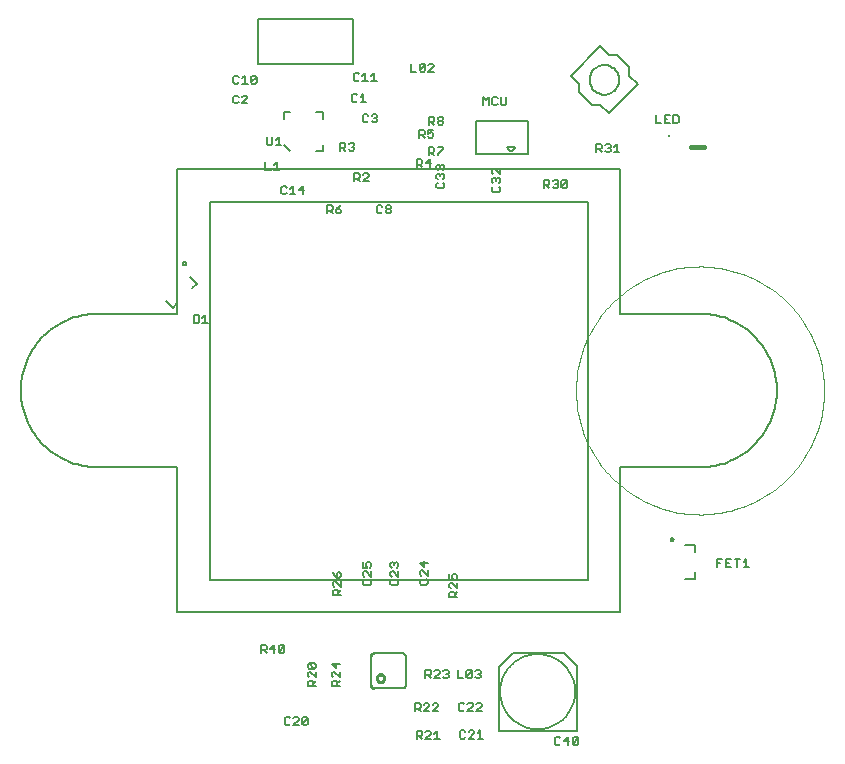
<source format=gto>
G75*
%MOIN*%
%OFA0B0*%
%FSLAX24Y24*%
%IPPOS*%
%LPD*%
%AMOC8*
5,1,8,0,0,1.08239X$1,22.5*
%
%ADD10C,0.0160*%
%ADD11C,0.0080*%
%ADD12C,0.0050*%
%ADD13C,0.0039*%
%ADD14C,0.0060*%
%ADD15C,0.0006*%
%ADD16C,0.0100*%
%ADD17R,0.0079X0.0079*%
D10*
X023674Y022040D02*
X024107Y022040D01*
D11*
X018221Y021804D02*
X016489Y021804D01*
X016489Y021961D01*
X016489Y022906D01*
X018221Y022906D01*
X018221Y021804D01*
X017788Y022040D02*
X017552Y022040D01*
X017554Y022020D01*
X017559Y022000D01*
X017568Y021981D01*
X017580Y021964D01*
X017594Y021950D01*
X017611Y021938D01*
X017630Y021929D01*
X017650Y021924D01*
X017670Y021922D01*
X017690Y021924D01*
X017710Y021929D01*
X017729Y021938D01*
X017746Y021950D01*
X017760Y021964D01*
X017772Y021981D01*
X017781Y022000D01*
X017786Y022020D01*
X017788Y022040D01*
X011390Y022119D02*
X011390Y021902D01*
X011174Y021902D01*
X010307Y021902D02*
X010091Y022119D01*
X010091Y022985D02*
X010091Y023201D01*
X010307Y023201D01*
X011174Y023201D02*
X011390Y023201D01*
X011390Y022985D01*
D12*
X006548Y011370D02*
X006548Y006548D01*
X021311Y006548D01*
X021311Y011370D01*
X023969Y011370D01*
X022986Y008971D02*
X022988Y008984D01*
X022993Y008997D01*
X023002Y009008D01*
X023013Y009015D01*
X023026Y009020D01*
X023039Y009021D01*
X023053Y009018D01*
X023065Y009012D01*
X023075Y009003D01*
X023082Y008991D01*
X023086Y008978D01*
X023086Y008964D01*
X023082Y008951D01*
X023075Y008939D01*
X023065Y008930D01*
X023053Y008924D01*
X023039Y008921D01*
X023026Y008922D01*
X023013Y008927D01*
X023002Y008934D01*
X022993Y008945D01*
X022988Y008958D01*
X022986Y008971D01*
X024535Y008311D02*
X024535Y008040D01*
X024535Y008175D02*
X024625Y008175D01*
X024535Y008311D02*
X024715Y008311D01*
X024830Y008311D02*
X024830Y008040D01*
X025010Y008040D01*
X024920Y008175D02*
X024830Y008175D01*
X024830Y008311D02*
X025010Y008311D01*
X025124Y008311D02*
X025304Y008311D01*
X025214Y008311D02*
X025214Y008040D01*
X025419Y008040D02*
X025599Y008040D01*
X025509Y008040D02*
X025509Y008311D01*
X025419Y008221D01*
X020230Y007630D02*
X020230Y020230D01*
X007630Y020230D01*
X007630Y007630D01*
X020230Y007630D01*
X019422Y005193D02*
X017729Y005193D01*
X017256Y004721D01*
X017256Y002595D01*
X019855Y002595D01*
X019855Y004760D01*
X019422Y005193D01*
X017305Y003894D02*
X017307Y003964D01*
X017313Y004034D01*
X017323Y004104D01*
X017336Y004172D01*
X017354Y004240D01*
X017375Y004307D01*
X017400Y004373D01*
X017429Y004437D01*
X017461Y004499D01*
X017497Y004560D01*
X017536Y004618D01*
X017578Y004674D01*
X017623Y004728D01*
X017671Y004779D01*
X017722Y004827D01*
X017776Y004872D01*
X017832Y004914D01*
X017890Y004953D01*
X017951Y004989D01*
X018013Y005021D01*
X018077Y005050D01*
X018143Y005075D01*
X018210Y005096D01*
X018278Y005114D01*
X018346Y005127D01*
X018416Y005137D01*
X018486Y005143D01*
X018556Y005145D01*
X018626Y005143D01*
X018696Y005137D01*
X018766Y005127D01*
X018834Y005114D01*
X018902Y005096D01*
X018969Y005075D01*
X019035Y005050D01*
X019099Y005021D01*
X019161Y004989D01*
X019222Y004953D01*
X019280Y004914D01*
X019336Y004872D01*
X019390Y004827D01*
X019441Y004779D01*
X019489Y004728D01*
X019534Y004674D01*
X019576Y004618D01*
X019615Y004560D01*
X019651Y004499D01*
X019683Y004437D01*
X019712Y004373D01*
X019737Y004307D01*
X019758Y004240D01*
X019776Y004172D01*
X019789Y004104D01*
X019799Y004034D01*
X019805Y003964D01*
X019807Y003894D01*
X019805Y003824D01*
X019799Y003754D01*
X019789Y003684D01*
X019776Y003616D01*
X019758Y003548D01*
X019737Y003481D01*
X019712Y003415D01*
X019683Y003351D01*
X019651Y003289D01*
X019615Y003228D01*
X019576Y003170D01*
X019534Y003114D01*
X019489Y003060D01*
X019441Y003009D01*
X019390Y002961D01*
X019336Y002916D01*
X019280Y002874D01*
X019222Y002835D01*
X019161Y002799D01*
X019099Y002767D01*
X019035Y002738D01*
X018969Y002713D01*
X018902Y002692D01*
X018834Y002674D01*
X018766Y002661D01*
X018696Y002651D01*
X018626Y002645D01*
X018556Y002643D01*
X018486Y002645D01*
X018416Y002651D01*
X018346Y002661D01*
X018278Y002674D01*
X018210Y002692D01*
X018143Y002713D01*
X018077Y002738D01*
X018013Y002767D01*
X017951Y002799D01*
X017890Y002835D01*
X017832Y002874D01*
X017776Y002916D01*
X017722Y002961D01*
X017671Y003009D01*
X017623Y003060D01*
X017578Y003114D01*
X017536Y003170D01*
X017497Y003228D01*
X017461Y003289D01*
X017429Y003351D01*
X017400Y003415D01*
X017375Y003481D01*
X017354Y003548D01*
X017336Y003616D01*
X017323Y003684D01*
X017313Y003754D01*
X017307Y003824D01*
X017305Y003894D01*
X016693Y003473D02*
X016648Y003518D01*
X016558Y003518D01*
X016513Y003473D01*
X016398Y003473D02*
X016353Y003518D01*
X016263Y003518D01*
X016218Y003473D01*
X016104Y003473D02*
X016059Y003518D01*
X015969Y003518D01*
X015924Y003473D01*
X015924Y003293D01*
X015969Y003248D01*
X016059Y003248D01*
X016104Y003293D01*
X016218Y003248D02*
X016398Y003428D01*
X016398Y003473D01*
X016398Y003248D02*
X016218Y003248D01*
X016513Y003248D02*
X016693Y003428D01*
X016693Y003473D01*
X016693Y003248D02*
X016513Y003248D01*
X016397Y002598D02*
X016307Y002598D01*
X016262Y002553D01*
X016147Y002553D02*
X016102Y002598D01*
X016012Y002598D01*
X015967Y002553D01*
X015967Y002373D01*
X016012Y002328D01*
X016102Y002328D01*
X016147Y002373D01*
X016262Y002328D02*
X016442Y002508D01*
X016442Y002553D01*
X016397Y002598D01*
X016557Y002508D02*
X016647Y002598D01*
X016647Y002328D01*
X016557Y002328D02*
X016737Y002328D01*
X016442Y002328D02*
X016262Y002328D01*
X015291Y002311D02*
X015111Y002311D01*
X015201Y002311D02*
X015201Y002581D01*
X015111Y002491D01*
X014997Y002491D02*
X014997Y002536D01*
X014952Y002581D01*
X014862Y002581D01*
X014817Y002536D01*
X014702Y002536D02*
X014702Y002446D01*
X014657Y002401D01*
X014522Y002401D01*
X014612Y002401D02*
X014702Y002311D01*
X014817Y002311D02*
X014997Y002491D01*
X014997Y002311D02*
X014817Y002311D01*
X014702Y002536D02*
X014657Y002581D01*
X014522Y002581D01*
X014522Y002311D01*
X014475Y003237D02*
X014475Y003507D01*
X014610Y003507D01*
X014655Y003462D01*
X014655Y003372D01*
X014610Y003327D01*
X014475Y003327D01*
X014565Y003327D02*
X014655Y003237D01*
X014770Y003237D02*
X014950Y003417D01*
X014950Y003462D01*
X014905Y003507D01*
X014815Y003507D01*
X014770Y003462D01*
X014770Y003237D02*
X014950Y003237D01*
X015065Y003237D02*
X015245Y003417D01*
X015245Y003462D01*
X015200Y003507D01*
X015110Y003507D01*
X015065Y003462D01*
X015065Y003237D02*
X015245Y003237D01*
X015292Y004348D02*
X015112Y004348D01*
X015292Y004528D01*
X015292Y004573D01*
X015247Y004618D01*
X015157Y004618D01*
X015112Y004573D01*
X014998Y004573D02*
X014998Y004483D01*
X014953Y004438D01*
X014818Y004438D01*
X014908Y004438D02*
X014998Y004348D01*
X014818Y004348D02*
X014818Y004618D01*
X014953Y004618D01*
X014998Y004573D01*
X015407Y004573D02*
X015452Y004618D01*
X015542Y004618D01*
X015587Y004573D01*
X015587Y004528D01*
X015542Y004483D01*
X015587Y004438D01*
X015587Y004393D01*
X015542Y004348D01*
X015452Y004348D01*
X015407Y004393D01*
X015497Y004483D02*
X015542Y004483D01*
X015890Y004610D02*
X015890Y004340D01*
X016070Y004340D01*
X016185Y004385D02*
X016365Y004565D01*
X016365Y004385D01*
X016320Y004340D01*
X016230Y004340D01*
X016185Y004385D01*
X016185Y004565D01*
X016230Y004610D01*
X016320Y004610D01*
X016365Y004565D01*
X016479Y004565D02*
X016524Y004610D01*
X016615Y004610D01*
X016660Y004565D01*
X016660Y004520D01*
X016615Y004475D01*
X016660Y004430D01*
X016660Y004385D01*
X016615Y004340D01*
X016524Y004340D01*
X016479Y004385D01*
X016570Y004475D02*
X016615Y004475D01*
X015879Y007038D02*
X015608Y007038D01*
X015608Y007173D01*
X015653Y007218D01*
X015743Y007218D01*
X015788Y007173D01*
X015788Y007038D01*
X015788Y007128D02*
X015879Y007218D01*
X015879Y007332D02*
X015698Y007512D01*
X015653Y007512D01*
X015608Y007467D01*
X015608Y007377D01*
X015653Y007332D01*
X015879Y007332D02*
X015879Y007512D01*
X015834Y007627D02*
X015879Y007672D01*
X015879Y007762D01*
X015834Y007807D01*
X015743Y007807D01*
X015698Y007762D01*
X015698Y007717D01*
X015743Y007627D01*
X015608Y007627D01*
X015608Y007807D01*
X014896Y007758D02*
X014716Y007938D01*
X014671Y007938D01*
X014626Y007893D01*
X014626Y007803D01*
X014671Y007758D01*
X014671Y007643D02*
X014626Y007598D01*
X014626Y007508D01*
X014671Y007463D01*
X014851Y007463D01*
X014896Y007508D01*
X014896Y007598D01*
X014851Y007643D01*
X014896Y007758D02*
X014896Y007938D01*
X014761Y008053D02*
X014761Y008233D01*
X014896Y008188D02*
X014626Y008188D01*
X014761Y008053D01*
X013915Y008066D02*
X013870Y008021D01*
X013915Y008066D02*
X013915Y008156D01*
X013870Y008201D01*
X013825Y008201D01*
X013780Y008156D01*
X013780Y008111D01*
X013780Y008156D02*
X013735Y008201D01*
X013690Y008201D01*
X013645Y008156D01*
X013645Y008066D01*
X013690Y008021D01*
X013690Y007906D02*
X013645Y007861D01*
X013645Y007771D01*
X013690Y007726D01*
X013690Y007612D02*
X013645Y007567D01*
X013645Y007477D01*
X013690Y007432D01*
X013870Y007432D01*
X013915Y007477D01*
X013915Y007567D01*
X013870Y007612D01*
X013915Y007726D02*
X013735Y007906D01*
X013690Y007906D01*
X013915Y007906D02*
X013915Y007726D01*
X013007Y007726D02*
X012826Y007907D01*
X012781Y007907D01*
X012736Y007862D01*
X012736Y007771D01*
X012781Y007726D01*
X012781Y007612D02*
X012736Y007567D01*
X012736Y007477D01*
X012781Y007432D01*
X012961Y007432D01*
X013007Y007477D01*
X013007Y007567D01*
X012961Y007612D01*
X013007Y007726D02*
X013007Y007907D01*
X012961Y008021D02*
X013007Y008066D01*
X013007Y008156D01*
X012961Y008201D01*
X012871Y008201D01*
X012826Y008156D01*
X012826Y008111D01*
X012871Y008021D01*
X012736Y008021D01*
X012736Y008201D01*
X011989Y007825D02*
X011989Y007735D01*
X011944Y007690D01*
X011854Y007690D01*
X011854Y007825D01*
X011899Y007870D01*
X011944Y007870D01*
X011989Y007825D01*
X011854Y007690D02*
X011764Y007780D01*
X011719Y007870D01*
X011764Y007575D02*
X011719Y007530D01*
X011719Y007440D01*
X011764Y007395D01*
X011764Y007281D02*
X011854Y007281D01*
X011899Y007236D01*
X011899Y007101D01*
X011899Y007191D02*
X011989Y007281D01*
X011989Y007395D02*
X011809Y007575D01*
X011764Y007575D01*
X011989Y007575D02*
X011989Y007395D01*
X011764Y007281D02*
X011719Y007236D01*
X011719Y007101D01*
X011989Y007101D01*
X010110Y005406D02*
X009930Y005226D01*
X009975Y005181D01*
X010065Y005181D01*
X010110Y005226D01*
X010110Y005406D01*
X010065Y005451D01*
X009975Y005451D01*
X009930Y005406D01*
X009930Y005226D01*
X009815Y005316D02*
X009635Y005316D01*
X009770Y005451D01*
X009770Y005181D01*
X009521Y005181D02*
X009430Y005271D01*
X009475Y005271D02*
X009340Y005271D01*
X009340Y005181D02*
X009340Y005451D01*
X009475Y005451D01*
X009521Y005406D01*
X009521Y005316D01*
X009475Y005271D01*
X010893Y004795D02*
X010893Y004705D01*
X010938Y004660D01*
X011118Y004660D01*
X010938Y004840D01*
X011118Y004840D01*
X011163Y004795D01*
X011163Y004705D01*
X011118Y004660D01*
X011163Y004546D02*
X011163Y004366D01*
X010983Y004546D01*
X010938Y004546D01*
X010893Y004501D01*
X010893Y004411D01*
X010938Y004366D01*
X010938Y004251D02*
X011028Y004251D01*
X011073Y004206D01*
X011073Y004071D01*
X011073Y004161D02*
X011163Y004251D01*
X011163Y004071D02*
X010893Y004071D01*
X010893Y004206D01*
X010938Y004251D01*
X010893Y004795D02*
X010938Y004840D01*
X011686Y004805D02*
X011821Y004670D01*
X011821Y004850D01*
X011956Y004805D02*
X011686Y004805D01*
X011731Y004555D02*
X011686Y004510D01*
X011686Y004420D01*
X011731Y004375D01*
X011731Y004261D02*
X011821Y004261D01*
X011866Y004216D01*
X011866Y004080D01*
X011956Y004080D02*
X011686Y004080D01*
X011686Y004216D01*
X011731Y004261D01*
X011866Y004170D02*
X011956Y004261D01*
X011956Y004375D02*
X011776Y004555D01*
X011731Y004555D01*
X011956Y004555D02*
X011956Y004375D01*
X010846Y003050D02*
X010891Y003005D01*
X010711Y002825D01*
X010756Y002780D01*
X010846Y002780D01*
X010891Y002825D01*
X010891Y003005D01*
X010846Y003050D02*
X010756Y003050D01*
X010711Y003005D01*
X010711Y002825D01*
X010597Y002780D02*
X010416Y002780D01*
X010597Y002960D01*
X010597Y003005D01*
X010552Y003050D01*
X010461Y003050D01*
X010416Y003005D01*
X010302Y003005D02*
X010257Y003050D01*
X010167Y003050D01*
X010122Y003005D01*
X010122Y002825D01*
X010167Y002780D01*
X010257Y002780D01*
X010302Y002825D01*
X006548Y011370D02*
X003890Y011370D01*
X003890Y011371D02*
X003790Y011373D01*
X003689Y011379D01*
X003589Y011389D01*
X003490Y011403D01*
X003391Y011420D01*
X003293Y011442D01*
X003195Y011467D01*
X003099Y011496D01*
X003004Y011529D01*
X002911Y011566D01*
X002819Y011606D01*
X002728Y011650D01*
X002640Y011697D01*
X002553Y011748D01*
X002468Y011802D01*
X002386Y011860D01*
X002306Y011920D01*
X002228Y011984D01*
X002153Y012051D01*
X002081Y012121D01*
X002011Y012193D01*
X001944Y012268D01*
X001880Y012346D01*
X001820Y012426D01*
X001762Y012508D01*
X001708Y012593D01*
X001657Y012680D01*
X001610Y012768D01*
X001566Y012859D01*
X001526Y012951D01*
X001489Y013044D01*
X001456Y013139D01*
X001427Y013235D01*
X001402Y013333D01*
X001380Y013431D01*
X001363Y013530D01*
X001349Y013629D01*
X001339Y013729D01*
X001333Y013830D01*
X001331Y013930D01*
X001333Y014030D01*
X001339Y014131D01*
X001349Y014231D01*
X001363Y014330D01*
X001380Y014429D01*
X001402Y014527D01*
X001427Y014625D01*
X001456Y014721D01*
X001489Y014816D01*
X001526Y014909D01*
X001566Y015001D01*
X001610Y015092D01*
X001657Y015180D01*
X001708Y015267D01*
X001762Y015352D01*
X001820Y015434D01*
X001880Y015514D01*
X001944Y015592D01*
X002011Y015667D01*
X002081Y015739D01*
X002153Y015809D01*
X002228Y015876D01*
X002306Y015940D01*
X002386Y016000D01*
X002468Y016058D01*
X002553Y016112D01*
X002640Y016163D01*
X002728Y016210D01*
X002819Y016254D01*
X002911Y016294D01*
X003004Y016331D01*
X003099Y016364D01*
X003195Y016393D01*
X003293Y016418D01*
X003391Y016440D01*
X003490Y016457D01*
X003589Y016471D01*
X003689Y016481D01*
X003790Y016487D01*
X003890Y016489D01*
X006548Y016489D01*
X006548Y021311D01*
X021311Y021311D01*
X021311Y016489D01*
X023969Y016489D01*
X024069Y016487D01*
X024170Y016481D01*
X024270Y016471D01*
X024369Y016457D01*
X024468Y016440D01*
X024566Y016418D01*
X024664Y016393D01*
X024760Y016364D01*
X024855Y016331D01*
X024948Y016294D01*
X025040Y016254D01*
X025131Y016210D01*
X025219Y016163D01*
X025306Y016112D01*
X025391Y016058D01*
X025473Y016000D01*
X025553Y015940D01*
X025631Y015876D01*
X025706Y015809D01*
X025778Y015739D01*
X025848Y015667D01*
X025915Y015592D01*
X025979Y015514D01*
X026039Y015434D01*
X026097Y015352D01*
X026151Y015267D01*
X026202Y015180D01*
X026249Y015092D01*
X026293Y015001D01*
X026333Y014909D01*
X026370Y014816D01*
X026403Y014721D01*
X026432Y014625D01*
X026457Y014527D01*
X026479Y014429D01*
X026496Y014330D01*
X026510Y014231D01*
X026520Y014131D01*
X026526Y014030D01*
X026528Y013930D01*
X026526Y013830D01*
X026520Y013729D01*
X026510Y013629D01*
X026496Y013530D01*
X026479Y013431D01*
X026457Y013333D01*
X026432Y013235D01*
X026403Y013139D01*
X026370Y013044D01*
X026333Y012951D01*
X026293Y012859D01*
X026249Y012768D01*
X026202Y012680D01*
X026151Y012593D01*
X026097Y012508D01*
X026039Y012426D01*
X025979Y012346D01*
X025915Y012268D01*
X025848Y012193D01*
X025778Y012121D01*
X025706Y012051D01*
X025631Y011984D01*
X025553Y011920D01*
X025473Y011860D01*
X025391Y011802D01*
X025306Y011748D01*
X025219Y011697D01*
X025131Y011650D01*
X025040Y011606D01*
X024948Y011566D01*
X024855Y011529D01*
X024760Y011496D01*
X024664Y011467D01*
X024566Y011442D01*
X024468Y011420D01*
X024369Y011403D01*
X024270Y011389D01*
X024170Y011379D01*
X024069Y011373D01*
X023969Y011371D01*
X019856Y002382D02*
X019901Y002337D01*
X019721Y002157D01*
X019766Y002112D01*
X019856Y002112D01*
X019901Y002157D01*
X019901Y002337D01*
X019856Y002382D02*
X019766Y002382D01*
X019721Y002337D01*
X019721Y002157D01*
X019606Y002247D02*
X019426Y002247D01*
X019561Y002382D01*
X019561Y002112D01*
X019312Y002157D02*
X019267Y002112D01*
X019177Y002112D01*
X019132Y002157D01*
X019132Y002337D01*
X019177Y002382D01*
X019267Y002382D01*
X019312Y002337D01*
X007563Y016174D02*
X007383Y016174D01*
X007473Y016174D02*
X007473Y016445D01*
X007383Y016355D01*
X007268Y016400D02*
X007223Y016445D01*
X007088Y016445D01*
X007088Y016174D01*
X007223Y016174D01*
X007268Y016219D01*
X007268Y016400D01*
X006733Y018160D02*
X006735Y018173D01*
X006740Y018186D01*
X006749Y018197D01*
X006760Y018204D01*
X006773Y018209D01*
X006786Y018210D01*
X006800Y018207D01*
X006812Y018201D01*
X006822Y018192D01*
X006829Y018180D01*
X006833Y018167D01*
X006833Y018153D01*
X006829Y018140D01*
X006822Y018128D01*
X006812Y018119D01*
X006800Y018113D01*
X006786Y018110D01*
X006773Y018111D01*
X006760Y018116D01*
X006749Y018123D01*
X006740Y018134D01*
X006735Y018147D01*
X006733Y018160D01*
X009477Y021268D02*
X009657Y021268D01*
X009772Y021268D02*
X009952Y021268D01*
X009862Y021268D02*
X009862Y021538D01*
X009772Y021448D01*
X009477Y021538D02*
X009477Y021268D01*
X010053Y020735D02*
X010008Y020690D01*
X010008Y020509D01*
X010053Y020464D01*
X010143Y020464D01*
X010188Y020509D01*
X010302Y020464D02*
X010482Y020464D01*
X010392Y020464D02*
X010392Y020735D01*
X010302Y020645D01*
X010188Y020690D02*
X010143Y020735D01*
X010053Y020735D01*
X010597Y020599D02*
X010777Y020599D01*
X010732Y020464D02*
X010732Y020735D01*
X010597Y020599D01*
X011539Y020105D02*
X011539Y019834D01*
X011539Y019925D02*
X011674Y019925D01*
X011719Y019970D01*
X011719Y020060D01*
X011674Y020105D01*
X011539Y020105D01*
X011629Y019925D02*
X011719Y019834D01*
X011834Y019879D02*
X011879Y019834D01*
X011969Y019834D01*
X012014Y019879D01*
X012014Y019925D01*
X011969Y019970D01*
X011834Y019970D01*
X011834Y019879D01*
X011834Y019970D02*
X011924Y020060D01*
X012014Y020105D01*
X012445Y020897D02*
X012445Y021168D01*
X012580Y021168D01*
X012625Y021123D01*
X012625Y021033D01*
X012580Y020988D01*
X012445Y020988D01*
X012535Y020988D02*
X012625Y020897D01*
X012739Y020897D02*
X012919Y021078D01*
X012919Y021123D01*
X012874Y021168D01*
X012784Y021168D01*
X012739Y021123D01*
X012739Y020897D02*
X012919Y020897D01*
X013238Y020105D02*
X013193Y020060D01*
X013193Y019879D01*
X013238Y019834D01*
X013328Y019834D01*
X013373Y019879D01*
X013487Y019879D02*
X013487Y019925D01*
X013532Y019970D01*
X013622Y019970D01*
X013668Y019925D01*
X013668Y019879D01*
X013622Y019834D01*
X013532Y019834D01*
X013487Y019879D01*
X013532Y019970D02*
X013487Y020015D01*
X013487Y020060D01*
X013532Y020105D01*
X013622Y020105D01*
X013668Y020060D01*
X013668Y020015D01*
X013622Y019970D01*
X013373Y020060D02*
X013328Y020105D01*
X013238Y020105D01*
X014531Y021370D02*
X014531Y021640D01*
X014666Y021640D01*
X014711Y021595D01*
X014711Y021505D01*
X014666Y021460D01*
X014531Y021460D01*
X014621Y021460D02*
X014711Y021370D01*
X014826Y021505D02*
X015006Y021505D01*
X014961Y021640D02*
X014826Y021505D01*
X014961Y021370D02*
X014961Y021640D01*
X014925Y021764D02*
X014925Y022034D01*
X015060Y022034D01*
X015105Y021989D01*
X015105Y021899D01*
X015060Y021854D01*
X014925Y021854D01*
X015015Y021854D02*
X015105Y021764D01*
X015220Y021764D02*
X015220Y021809D01*
X015400Y021989D01*
X015400Y022034D01*
X015220Y022034D01*
X015040Y022354D02*
X014950Y022354D01*
X014905Y022399D01*
X014905Y022489D02*
X014995Y022534D01*
X015040Y022534D01*
X015085Y022489D01*
X015085Y022399D01*
X015040Y022354D01*
X014905Y022489D02*
X014905Y022624D01*
X015085Y022624D01*
X015105Y022787D02*
X015015Y022877D01*
X015060Y022877D02*
X014925Y022877D01*
X014925Y022787D02*
X014925Y023057D01*
X015060Y023057D01*
X015105Y023012D01*
X015105Y022922D01*
X015060Y022877D01*
X015220Y022877D02*
X015265Y022922D01*
X015355Y022922D01*
X015400Y022877D01*
X015400Y022832D01*
X015355Y022787D01*
X015265Y022787D01*
X015220Y022832D01*
X015220Y022877D01*
X015265Y022922D02*
X015220Y022967D01*
X015220Y023012D01*
X015265Y023057D01*
X015355Y023057D01*
X015400Y023012D01*
X015400Y022967D01*
X015355Y022922D01*
X014790Y022579D02*
X014790Y022489D01*
X014745Y022444D01*
X014610Y022444D01*
X014610Y022354D02*
X014610Y022624D01*
X014745Y022624D01*
X014790Y022579D01*
X014700Y022444D02*
X014790Y022354D01*
X015224Y021452D02*
X015269Y021452D01*
X015314Y021407D01*
X015360Y021452D01*
X015405Y021452D01*
X015450Y021407D01*
X015450Y021316D01*
X015405Y021271D01*
X015405Y021157D02*
X015450Y021112D01*
X015450Y021022D01*
X015405Y020977D01*
X015405Y020862D02*
X015450Y020817D01*
X015450Y020727D01*
X015405Y020682D01*
X015224Y020682D01*
X015179Y020727D01*
X015179Y020817D01*
X015224Y020862D01*
X015224Y020977D02*
X015179Y021022D01*
X015179Y021112D01*
X015224Y021157D01*
X015269Y021157D01*
X015314Y021112D01*
X015360Y021157D01*
X015405Y021157D01*
X015314Y021112D02*
X015314Y021067D01*
X015224Y021271D02*
X015179Y021316D01*
X015179Y021407D01*
X015224Y021452D01*
X015314Y021407D02*
X015314Y021361D01*
X016489Y021922D02*
X016489Y021961D01*
X017084Y021314D02*
X017039Y021269D01*
X017039Y021179D01*
X017084Y021134D01*
X017084Y021020D02*
X017129Y021020D01*
X017174Y020975D01*
X017219Y021020D01*
X017264Y021020D01*
X017309Y020975D01*
X017309Y020885D01*
X017264Y020840D01*
X017264Y020725D02*
X017309Y020680D01*
X017309Y020590D01*
X017264Y020545D01*
X017084Y020545D01*
X017039Y020590D01*
X017039Y020680D01*
X017084Y020725D01*
X017084Y020840D02*
X017039Y020885D01*
X017039Y020975D01*
X017084Y021020D01*
X017174Y020975D02*
X017174Y020930D01*
X017309Y021134D02*
X017129Y021314D01*
X017084Y021314D01*
X017309Y021314D02*
X017309Y021134D01*
X018762Y020953D02*
X018762Y020682D01*
X018762Y020773D02*
X018897Y020773D01*
X018942Y020818D01*
X018942Y020908D01*
X018897Y020953D01*
X018762Y020953D01*
X018852Y020773D02*
X018942Y020682D01*
X019057Y020728D02*
X019102Y020682D01*
X019192Y020682D01*
X019237Y020728D01*
X019237Y020773D01*
X019192Y020818D01*
X019147Y020818D01*
X019192Y020818D02*
X019237Y020863D01*
X019237Y020908D01*
X019192Y020953D01*
X019102Y020953D01*
X019057Y020908D01*
X019351Y020908D02*
X019351Y020728D01*
X019531Y020908D01*
X019531Y020728D01*
X019486Y020682D01*
X019396Y020682D01*
X019351Y020728D01*
X019351Y020908D02*
X019396Y020953D01*
X019486Y020953D01*
X019531Y020908D01*
X020516Y021878D02*
X020516Y022148D01*
X020651Y022148D01*
X020696Y022103D01*
X020696Y022013D01*
X020651Y021968D01*
X020516Y021968D01*
X020606Y021968D02*
X020696Y021878D01*
X020811Y021923D02*
X020856Y021878D01*
X020946Y021878D01*
X020991Y021923D01*
X020991Y021968D01*
X020946Y022013D01*
X020901Y022013D01*
X020946Y022013D02*
X020991Y022058D01*
X020991Y022103D01*
X020946Y022148D01*
X020856Y022148D01*
X020811Y022103D01*
X021105Y022058D02*
X021195Y022148D01*
X021195Y021878D01*
X021105Y021878D02*
X021285Y021878D01*
X022494Y022832D02*
X022494Y023103D01*
X022494Y022832D02*
X022674Y022832D01*
X022789Y022832D02*
X022969Y022832D01*
X023083Y022832D02*
X023218Y022832D01*
X023263Y022878D01*
X023263Y023058D01*
X023218Y023103D01*
X023083Y023103D01*
X023083Y022832D01*
X022879Y022968D02*
X022789Y022968D01*
X022789Y023103D02*
X022789Y022832D01*
X022789Y023103D02*
X022969Y023103D01*
X021893Y024145D02*
X021615Y024423D01*
X021615Y024701D01*
X021198Y025119D01*
X020919Y025119D01*
X020641Y025397D01*
X019666Y024423D01*
X019945Y024145D01*
X019945Y023866D01*
X020362Y023449D01*
X020641Y023449D01*
X020919Y023170D01*
X021893Y024145D01*
X020288Y024284D02*
X020290Y024328D01*
X020296Y024372D01*
X020306Y024415D01*
X020319Y024457D01*
X020337Y024497D01*
X020358Y024536D01*
X020382Y024573D01*
X020409Y024608D01*
X020440Y024640D01*
X020473Y024669D01*
X020509Y024695D01*
X020547Y024717D01*
X020587Y024736D01*
X020628Y024752D01*
X020671Y024764D01*
X020714Y024772D01*
X020758Y024776D01*
X020802Y024776D01*
X020846Y024772D01*
X020889Y024764D01*
X020932Y024752D01*
X020973Y024736D01*
X021013Y024717D01*
X021051Y024695D01*
X021087Y024669D01*
X021120Y024640D01*
X021151Y024608D01*
X021178Y024573D01*
X021202Y024536D01*
X021223Y024497D01*
X021241Y024457D01*
X021254Y024415D01*
X021264Y024372D01*
X021270Y024328D01*
X021272Y024284D01*
X021270Y024240D01*
X021264Y024196D01*
X021254Y024153D01*
X021241Y024111D01*
X021223Y024071D01*
X021202Y024032D01*
X021178Y023995D01*
X021151Y023960D01*
X021120Y023928D01*
X021087Y023899D01*
X021051Y023873D01*
X021013Y023851D01*
X020973Y023832D01*
X020932Y023816D01*
X020889Y023804D01*
X020846Y023796D01*
X020802Y023792D01*
X020758Y023792D01*
X020714Y023796D01*
X020671Y023804D01*
X020628Y023816D01*
X020587Y023832D01*
X020547Y023851D01*
X020509Y023873D01*
X020473Y023899D01*
X020440Y023928D01*
X020409Y023960D01*
X020382Y023995D01*
X020358Y024032D01*
X020337Y024071D01*
X020319Y024111D01*
X020306Y024153D01*
X020296Y024196D01*
X020290Y024240D01*
X020288Y024284D01*
X017518Y023713D02*
X017518Y023488D01*
X017473Y023443D01*
X017383Y023443D01*
X017338Y023488D01*
X017338Y023713D01*
X017224Y023668D02*
X017179Y023713D01*
X017089Y023713D01*
X017044Y023668D01*
X017044Y023488D01*
X017089Y023443D01*
X017179Y023443D01*
X017224Y023488D01*
X016929Y023443D02*
X016929Y023713D01*
X016839Y023623D01*
X016749Y023713D01*
X016749Y023443D01*
X015096Y024552D02*
X014915Y024552D01*
X015096Y024732D01*
X015096Y024777D01*
X015051Y024822D01*
X014961Y024822D01*
X014915Y024777D01*
X014801Y024777D02*
X014621Y024597D01*
X014666Y024552D01*
X014756Y024552D01*
X014801Y024597D01*
X014801Y024777D01*
X014756Y024822D01*
X014666Y024822D01*
X014621Y024777D01*
X014621Y024597D01*
X014506Y024552D02*
X014326Y024552D01*
X014326Y024822D01*
X013100Y024510D02*
X013100Y024240D01*
X013010Y024240D02*
X013191Y024240D01*
X013010Y024420D02*
X013100Y024510D01*
X012806Y024510D02*
X012806Y024240D01*
X012716Y024240D02*
X012896Y024240D01*
X012716Y024420D02*
X012806Y024510D01*
X012601Y024465D02*
X012556Y024510D01*
X012466Y024510D01*
X012421Y024465D01*
X012421Y024285D01*
X012466Y024240D01*
X012556Y024240D01*
X012601Y024285D01*
X012497Y023813D02*
X012407Y023813D01*
X012362Y023768D01*
X012362Y023588D01*
X012407Y023543D01*
X012497Y023543D01*
X012542Y023588D01*
X012657Y023543D02*
X012837Y023543D01*
X012747Y023543D02*
X012747Y023813D01*
X012657Y023723D01*
X012542Y023768D02*
X012497Y023813D01*
X012773Y023140D02*
X012728Y023095D01*
X012728Y022915D01*
X012773Y022870D01*
X012863Y022870D01*
X012908Y022915D01*
X013023Y022915D02*
X013068Y022870D01*
X013158Y022870D01*
X013203Y022915D01*
X013203Y022960D01*
X013158Y023005D01*
X013113Y023005D01*
X013158Y023005D02*
X013203Y023050D01*
X013203Y023095D01*
X013158Y023140D01*
X013068Y023140D01*
X013023Y023095D01*
X012908Y023095D02*
X012863Y023140D01*
X012773Y023140D01*
X012402Y022191D02*
X012447Y022146D01*
X012447Y022101D01*
X012402Y022056D01*
X012447Y022011D01*
X012447Y021966D01*
X012402Y021921D01*
X012312Y021921D01*
X012267Y021966D01*
X012152Y021921D02*
X012062Y022011D01*
X012107Y022011D02*
X011972Y022011D01*
X011972Y021921D02*
X011972Y022191D01*
X012107Y022191D01*
X012152Y022146D01*
X012152Y022056D01*
X012107Y022011D01*
X012267Y022146D02*
X012312Y022191D01*
X012402Y022191D01*
X012402Y022056D02*
X012357Y022056D01*
X010012Y022114D02*
X009832Y022114D01*
X009922Y022114D02*
X009922Y022384D01*
X009832Y022294D01*
X009717Y022384D02*
X009717Y022159D01*
X009672Y022114D01*
X009582Y022114D01*
X009537Y022159D01*
X009537Y022384D01*
X009142Y024157D02*
X009051Y024157D01*
X009006Y024202D01*
X009187Y024382D01*
X009187Y024202D01*
X009142Y024157D01*
X009006Y024202D02*
X009006Y024382D01*
X009051Y024428D01*
X009142Y024428D01*
X009187Y024382D01*
X008892Y024157D02*
X008712Y024157D01*
X008802Y024157D02*
X008802Y024428D01*
X008712Y024337D01*
X008597Y024382D02*
X008552Y024428D01*
X008462Y024428D01*
X008417Y024382D01*
X008417Y024202D01*
X008462Y024157D01*
X008552Y024157D01*
X008597Y024202D01*
X009244Y024827D02*
X012394Y024827D01*
X012394Y026323D01*
X009244Y026323D01*
X009244Y024827D01*
D13*
X019835Y013930D02*
X019837Y014058D01*
X019843Y014186D01*
X019853Y014313D01*
X019867Y014441D01*
X019884Y014567D01*
X019906Y014693D01*
X019932Y014819D01*
X019961Y014943D01*
X019994Y015067D01*
X020031Y015189D01*
X020072Y015310D01*
X020117Y015430D01*
X020165Y015549D01*
X020217Y015666D01*
X020273Y015781D01*
X020332Y015895D01*
X020394Y016006D01*
X020460Y016116D01*
X020529Y016223D01*
X020602Y016329D01*
X020678Y016432D01*
X020757Y016532D01*
X020839Y016631D01*
X020924Y016726D01*
X021012Y016819D01*
X021103Y016909D01*
X021196Y016996D01*
X021293Y017081D01*
X021391Y017162D01*
X021493Y017240D01*
X021596Y017315D01*
X021702Y017387D01*
X021810Y017456D01*
X021920Y017521D01*
X022033Y017582D01*
X022147Y017641D01*
X022262Y017695D01*
X022380Y017746D01*
X022498Y017794D01*
X022619Y017837D01*
X022740Y017877D01*
X022863Y017913D01*
X022987Y017946D01*
X023112Y017974D01*
X023237Y017999D01*
X023363Y018019D01*
X023490Y018036D01*
X023618Y018049D01*
X023745Y018058D01*
X023873Y018063D01*
X024001Y018064D01*
X024129Y018061D01*
X024257Y018054D01*
X024384Y018043D01*
X024511Y018028D01*
X024638Y018010D01*
X024764Y017987D01*
X024889Y017960D01*
X025013Y017930D01*
X025136Y017896D01*
X025259Y017858D01*
X025380Y017816D01*
X025499Y017770D01*
X025617Y017721D01*
X025734Y017668D01*
X025849Y017612D01*
X025962Y017552D01*
X026073Y017489D01*
X026182Y017422D01*
X026289Y017352D01*
X026394Y017278D01*
X026496Y017202D01*
X026596Y017122D01*
X026694Y017039D01*
X026789Y016953D01*
X026881Y016864D01*
X026970Y016773D01*
X027057Y016679D01*
X027140Y016582D01*
X027221Y016482D01*
X027298Y016381D01*
X027373Y016276D01*
X027444Y016170D01*
X027511Y016061D01*
X027576Y015951D01*
X027636Y015838D01*
X027694Y015724D01*
X027747Y015608D01*
X027797Y015490D01*
X027844Y015371D01*
X027887Y015250D01*
X027926Y015128D01*
X027961Y015005D01*
X027992Y014881D01*
X028020Y014756D01*
X028043Y014630D01*
X028063Y014504D01*
X028079Y014377D01*
X028091Y014250D01*
X028099Y014122D01*
X028103Y013994D01*
X028103Y013866D01*
X028099Y013738D01*
X028091Y013610D01*
X028079Y013483D01*
X028063Y013356D01*
X028043Y013230D01*
X028020Y013104D01*
X027992Y012979D01*
X027961Y012855D01*
X027926Y012732D01*
X027887Y012610D01*
X027844Y012489D01*
X027797Y012370D01*
X027747Y012252D01*
X027694Y012136D01*
X027636Y012022D01*
X027576Y011909D01*
X027511Y011799D01*
X027444Y011690D01*
X027373Y011584D01*
X027298Y011479D01*
X027221Y011378D01*
X027140Y011278D01*
X027057Y011181D01*
X026970Y011087D01*
X026881Y010996D01*
X026789Y010907D01*
X026694Y010821D01*
X026596Y010738D01*
X026496Y010658D01*
X026394Y010582D01*
X026289Y010508D01*
X026182Y010438D01*
X026073Y010371D01*
X025962Y010308D01*
X025849Y010248D01*
X025734Y010192D01*
X025617Y010139D01*
X025499Y010090D01*
X025380Y010044D01*
X025259Y010002D01*
X025136Y009964D01*
X025013Y009930D01*
X024889Y009900D01*
X024764Y009873D01*
X024638Y009850D01*
X024511Y009832D01*
X024384Y009817D01*
X024257Y009806D01*
X024129Y009799D01*
X024001Y009796D01*
X023873Y009797D01*
X023745Y009802D01*
X023618Y009811D01*
X023490Y009824D01*
X023363Y009841D01*
X023237Y009861D01*
X023112Y009886D01*
X022987Y009914D01*
X022863Y009947D01*
X022740Y009983D01*
X022619Y010023D01*
X022498Y010066D01*
X022380Y010114D01*
X022262Y010165D01*
X022147Y010219D01*
X022033Y010278D01*
X021920Y010339D01*
X021810Y010404D01*
X021702Y010473D01*
X021596Y010545D01*
X021493Y010620D01*
X021391Y010698D01*
X021293Y010779D01*
X021196Y010864D01*
X021103Y010951D01*
X021012Y011041D01*
X020924Y011134D01*
X020839Y011229D01*
X020757Y011328D01*
X020678Y011428D01*
X020602Y011531D01*
X020529Y011637D01*
X020460Y011744D01*
X020394Y011854D01*
X020332Y011965D01*
X020273Y012079D01*
X020217Y012194D01*
X020165Y012311D01*
X020117Y012430D01*
X020072Y012550D01*
X020031Y012671D01*
X019994Y012793D01*
X019961Y012917D01*
X019932Y013041D01*
X019906Y013167D01*
X019884Y013293D01*
X019867Y013419D01*
X019853Y013547D01*
X019843Y013674D01*
X019837Y013802D01*
X019835Y013930D01*
D14*
X023476Y008781D02*
X023796Y008781D01*
X023796Y008561D01*
X023796Y007881D02*
X023796Y007661D01*
X023476Y007661D01*
X014158Y005078D02*
X014158Y004105D01*
X014157Y004105D02*
X014156Y004088D01*
X014151Y004071D01*
X014144Y004056D01*
X014134Y004042D01*
X014122Y004030D01*
X014108Y004020D01*
X014093Y004013D01*
X014076Y004008D01*
X014059Y004007D01*
X014063Y004007D02*
X013095Y004007D01*
X012993Y004109D02*
X012993Y005078D01*
X013095Y005176D02*
X014063Y005176D01*
X014059Y005176D02*
X014076Y005175D01*
X014093Y005170D01*
X014108Y005163D01*
X014122Y005153D01*
X014134Y005141D01*
X014144Y005127D01*
X014151Y005112D01*
X014156Y005095D01*
X014157Y005078D01*
X006395Y016696D02*
X006550Y016852D01*
X006395Y016696D02*
X006168Y016922D01*
X007031Y017333D02*
X007187Y017488D01*
X006960Y017714D01*
X008458Y023497D02*
X008544Y023497D01*
X008588Y023540D01*
X008709Y023497D02*
X008882Y023670D01*
X008882Y023714D01*
X008839Y023757D01*
X008752Y023757D01*
X008709Y023714D01*
X008588Y023714D02*
X008544Y023757D01*
X008458Y023757D01*
X008414Y023714D01*
X008414Y023540D01*
X008458Y023497D01*
X008709Y023497D02*
X008882Y023497D01*
D15*
X013089Y005202D02*
X013089Y005148D01*
X013088Y005149D02*
X013073Y005147D01*
X013059Y005141D01*
X013046Y005133D01*
X013036Y005123D01*
X013028Y005110D01*
X013022Y005096D01*
X013020Y005081D01*
X012967Y005080D01*
X012966Y005081D01*
X012968Y005102D01*
X012974Y005122D01*
X012983Y005141D01*
X012995Y005159D01*
X013010Y005174D01*
X013028Y005186D01*
X013047Y005195D01*
X013067Y005201D01*
X013088Y005203D01*
X013088Y005198D01*
X013068Y005196D01*
X013048Y005190D01*
X013030Y005181D01*
X013014Y005170D01*
X012999Y005155D01*
X012988Y005139D01*
X012979Y005121D01*
X012973Y005101D01*
X012971Y005081D01*
X012976Y005081D01*
X012978Y005100D01*
X012984Y005119D01*
X012992Y005136D01*
X013003Y005152D01*
X013017Y005166D01*
X013033Y005177D01*
X013050Y005185D01*
X013069Y005191D01*
X013088Y005193D01*
X013088Y005188D01*
X013070Y005186D01*
X013052Y005181D01*
X013035Y005173D01*
X013020Y005162D01*
X013007Y005149D01*
X012996Y005134D01*
X012988Y005117D01*
X012983Y005099D01*
X012981Y005081D01*
X012986Y005081D01*
X012988Y005101D01*
X012995Y005120D01*
X013004Y005137D01*
X013017Y005152D01*
X013032Y005165D01*
X013049Y005174D01*
X013068Y005181D01*
X013088Y005183D01*
X013088Y005178D01*
X013069Y005176D01*
X013051Y005170D01*
X013035Y005161D01*
X013020Y005149D01*
X013008Y005134D01*
X012999Y005118D01*
X012993Y005100D01*
X012991Y005081D01*
X012996Y005081D01*
X012998Y005099D01*
X013004Y005116D01*
X013012Y005131D01*
X013024Y005145D01*
X013038Y005157D01*
X013053Y005165D01*
X013070Y005171D01*
X013088Y005173D01*
X013088Y005168D01*
X013071Y005166D01*
X013055Y005161D01*
X013040Y005152D01*
X013027Y005142D01*
X013017Y005129D01*
X013008Y005114D01*
X013003Y005098D01*
X013001Y005081D01*
X013006Y005081D01*
X013008Y005097D01*
X013013Y005112D01*
X013021Y005126D01*
X013031Y005138D01*
X013043Y005148D01*
X013057Y005156D01*
X013072Y005161D01*
X013088Y005163D01*
X013088Y005158D01*
X013071Y005155D01*
X013055Y005150D01*
X013041Y005140D01*
X013029Y005128D01*
X013019Y005114D01*
X013014Y005098D01*
X013011Y005081D01*
X013016Y005081D01*
X013018Y005097D01*
X013024Y005112D01*
X013033Y005125D01*
X013044Y005136D01*
X013057Y005145D01*
X013072Y005151D01*
X013088Y005153D01*
X012967Y004103D02*
X013021Y004103D01*
X013020Y004102D02*
X013022Y004087D01*
X013028Y004073D01*
X013036Y004060D01*
X013046Y004050D01*
X013059Y004042D01*
X013073Y004036D01*
X013088Y004034D01*
X013089Y003981D01*
X013088Y003980D01*
X013067Y003982D01*
X013047Y003988D01*
X013028Y003997D01*
X013010Y004009D01*
X012995Y004024D01*
X012983Y004042D01*
X012974Y004061D01*
X012968Y004081D01*
X012966Y004102D01*
X012971Y004102D01*
X012973Y004082D01*
X012979Y004062D01*
X012988Y004044D01*
X012999Y004028D01*
X013014Y004013D01*
X013030Y004002D01*
X013048Y003993D01*
X013068Y003987D01*
X013088Y003985D01*
X013088Y003990D01*
X013069Y003992D01*
X013050Y003998D01*
X013033Y004006D01*
X013017Y004017D01*
X013003Y004031D01*
X012992Y004047D01*
X012984Y004064D01*
X012978Y004083D01*
X012976Y004102D01*
X012981Y004102D01*
X012983Y004084D01*
X012988Y004066D01*
X012996Y004049D01*
X013007Y004034D01*
X013020Y004021D01*
X013035Y004010D01*
X013052Y004002D01*
X013070Y003997D01*
X013088Y003995D01*
X013088Y004000D01*
X013068Y004002D01*
X013049Y004009D01*
X013032Y004018D01*
X013017Y004031D01*
X013004Y004046D01*
X012995Y004063D01*
X012988Y004082D01*
X012986Y004102D01*
X012991Y004102D01*
X012993Y004083D01*
X012999Y004065D01*
X013008Y004049D01*
X013020Y004034D01*
X013035Y004022D01*
X013051Y004013D01*
X013069Y004007D01*
X013088Y004005D01*
X013088Y004010D01*
X013070Y004012D01*
X013053Y004018D01*
X013038Y004026D01*
X013024Y004038D01*
X013012Y004052D01*
X013004Y004067D01*
X012998Y004084D01*
X012996Y004102D01*
X013001Y004102D01*
X013003Y004085D01*
X013008Y004069D01*
X013017Y004054D01*
X013027Y004041D01*
X013040Y004031D01*
X013055Y004022D01*
X013071Y004017D01*
X013088Y004015D01*
X013088Y004020D01*
X013072Y004022D01*
X013057Y004027D01*
X013043Y004035D01*
X013031Y004045D01*
X013021Y004057D01*
X013013Y004071D01*
X013008Y004086D01*
X013006Y004102D01*
X013011Y004102D01*
X013014Y004085D01*
X013019Y004069D01*
X013029Y004055D01*
X013041Y004043D01*
X013055Y004033D01*
X013071Y004028D01*
X013088Y004025D01*
X013088Y004030D01*
X013072Y004032D01*
X013057Y004038D01*
X013044Y004047D01*
X013033Y004058D01*
X013024Y004071D01*
X013018Y004086D01*
X013016Y004102D01*
D16*
X013191Y004338D02*
X013193Y004360D01*
X013199Y004382D01*
X013208Y004402D01*
X013221Y004420D01*
X013237Y004436D01*
X013255Y004449D01*
X013275Y004458D01*
X013297Y004464D01*
X013319Y004466D01*
X013341Y004464D01*
X013363Y004458D01*
X013383Y004449D01*
X013401Y004436D01*
X013417Y004420D01*
X013430Y004402D01*
X013439Y004382D01*
X013445Y004360D01*
X013447Y004338D01*
X013445Y004316D01*
X013439Y004294D01*
X013430Y004274D01*
X013417Y004256D01*
X013401Y004240D01*
X013383Y004227D01*
X013363Y004218D01*
X013341Y004212D01*
X013319Y004210D01*
X013297Y004212D01*
X013275Y004218D01*
X013255Y004227D01*
X013237Y004240D01*
X013221Y004256D01*
X013208Y004274D01*
X013199Y004294D01*
X013193Y004316D01*
X013191Y004338D01*
D17*
X022926Y022414D03*
M02*

</source>
